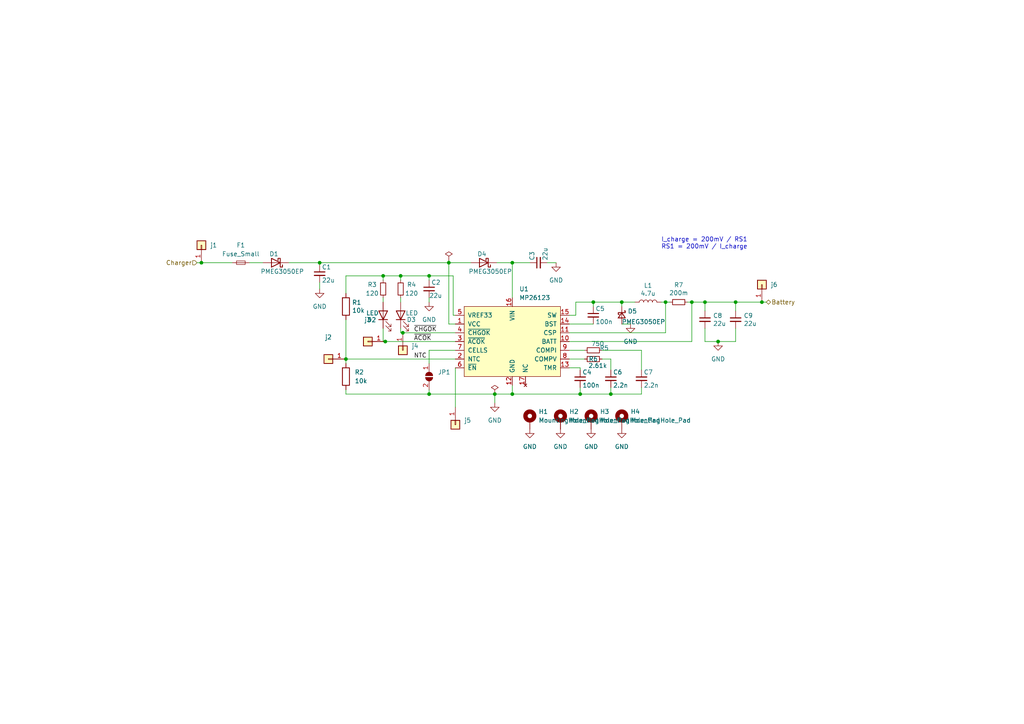
<source format=kicad_sch>
(kicad_sch (version 20211123) (generator eeschema)
  (paper "A4")
  (lib_symbols
    (symbol "Connector_Generic:Conn_01x01" (pin_names (offset 1.016) hide)
      (property "Reference" "J" (at 0 2.54 0))
      (property "Value" "Conn_01x01" (at 0 -2.54 0))
      (symbol "Conn_01x01_1_1"
        (rectangle (start -1.27 0.127) (end 0 -0.127) (stroke (width 0.1524)))
        (rectangle (start -1.27 1.27) (end 1.27 -1.27) (stroke (width 0.254)) (fill (type background)))
        (pin passive line (at -5.08 0 0) (length 3.81) (name "Pin_1") (number "1"))
      )
    )
    (symbol "Device:C_Small" (pin_numbers hide) (pin_names (offset 0.254) hide)
      (property "Reference" "C" (at 0.254 1.778 0))
      (property "Value" "C_Small" (at 0.254 -2.032 0))
      (symbol "C_Small_0_1"
        (polyline (pts (xy -1.524 -0.508) (xy 1.524 -0.508)) (stroke (width 0.3302)))
        (polyline (pts (xy -1.524 0.508) (xy 1.524 0.508)) (stroke (width 0.3048)))
      )
      (symbol "C_Small_1_1"
        (pin passive line (at 0 2.54 270) (length 2.032) (name "~") (number "1"))
        (pin passive line (at 0 -2.54 90) (length 2.032) (name "~") (number "2"))
      )
    )
    (symbol "Device:D_Schottky" (pin_numbers hide) (pin_names (offset 1.016) hide)
      (property "Reference" "D" (at 0 2.54 0))
      (property "Value" "D_Schottky" (at 0 -2.54 0))
      (symbol "D_Schottky_0_1"
        (polyline (pts (xy 1.27 0) (xy -1.27 0)))
        (polyline (pts (xy 1.27 1.27) (xy 1.27 -1.27) (xy -1.27 0) (xy 1.27 1.27)) (stroke (width 0.254)))
        (polyline (pts (xy -1.905 0.635) (xy -1.905 1.27) (xy -1.27 1.27) (xy -1.27 -1.27) (xy -0.635 -1.27) (xy -0.635 -0.635)) (stroke (width 0.254)))
      )
      (symbol "D_Schottky_1_1"
        (pin passive line (at -3.81 0 0) (length 2.54) (name "K") (number "1"))
        (pin passive line (at 3.81 0 180) (length 2.54) (name "A") (number "2"))
      )
    )
    (symbol "Device:D_Schottky_Small" (pin_numbers hide) (pin_names (offset 0.254) hide)
      (property "Reference" "D" (at -1.27 2.032 0))
      (property "Value" "D_Schottky_Small" (at -7.112 -2.032 0))
      (symbol "D_Schottky_Small_0_1"
        (polyline (pts (xy -0.762 0) (xy 0.762 0)))
        (polyline (pts (xy 0.762 -1.016) (xy -0.762 0) (xy 0.762 1.016) (xy 0.762 -1.016)) (stroke (width 0.254)))
        (polyline (pts (xy -1.27 0.762) (xy -1.27 1.016) (xy -0.762 1.016) (xy -0.762 -1.016) (xy -0.254 -1.016) (xy -0.254 -0.762)) (stroke (width 0.254)))
      )
      (symbol "D_Schottky_Small_1_1"
        (pin passive line (at -2.54 0 0) (length 1.778) (name "K") (number "1"))
        (pin passive line (at 2.54 0 180) (length 1.778) (name "A") (number "2"))
      )
    )
    (symbol "Device:Fuse_Small" (pin_numbers hide) (pin_names (offset 0.254) hide)
      (property "Reference" "F" (at 0 -1.524 0))
      (property "Value" "Fuse_Small" (at 0 1.524 0))
      (symbol "Fuse_Small_0_1"
        (rectangle (start -1.27 0.508) (end 1.27 -0.508))
        (polyline (pts (xy -1.27 0) (xy 1.27 0)))
      )
      (symbol "Fuse_Small_1_1"
        (pin passive line (at -2.54 0 0) (length 1.27) (name "~") (number "1"))
        (pin passive line (at 2.54 0 180) (length 1.27) (name "~") (number "2"))
      )
    )
    (symbol "Device:L" (pin_numbers hide) (pin_names (offset 1.016) hide)
      (property "Reference" "L" (at -1.27 0 90))
      (property "Value" "L" (at 1.905 0 90))
      (symbol "L_0_1"
        (arc (start 0 -2.54) (mid 0.635 -1.905) (end 0 -1.27))
        (arc (start 0 -1.27) (mid 0.635 -0.635) (end 0 0))
        (arc (start 0 0) (mid 0.635 0.635) (end 0 1.27))
        (arc (start 0 1.27) (mid 0.635 1.905) (end 0 2.54))
      )
      (symbol "L_1_1"
        (pin passive line (at 0 3.81 270) (length 1.27) (name "1") (number "1"))
        (pin passive line (at 0 -3.81 90) (length 1.27) (name "2") (number "2"))
      )
    )
    (symbol "Device:LED" (pin_numbers hide) (pin_names (offset 1.016) hide)
      (property "Reference" "D" (at 0 2.54 0))
      (property "Value" "LED" (at 0 -2.54 0))
      (symbol "LED_0_1"
        (polyline (pts (xy -1.27 -1.27) (xy -1.27 1.27)) (stroke (width 0.254)))
        (polyline (pts (xy -1.27 0) (xy 1.27 0)))
        (polyline (pts (xy 1.27 -1.27) (xy 1.27 1.27) (xy -1.27 0) (xy 1.27 -1.27)) (stroke (width 0.254)))
        (polyline (pts (xy -3.048 -0.762) (xy -4.572 -2.286) (xy -3.81 -2.286) (xy -4.572 -2.286) (xy -4.572 -1.524)))
        (polyline (pts (xy -1.778 -0.762) (xy -3.302 -2.286) (xy -2.54 -2.286) (xy -3.302 -2.286) (xy -3.302 -1.524)))
      )
      (symbol "LED_1_1"
        (pin passive line (at -3.81 0 0) (length 2.54) (name "K") (number "1"))
        (pin passive line (at 3.81 0 180) (length 2.54) (name "A") (number "2"))
      )
    )
    (symbol "Device:R" (pin_numbers hide) (pin_names (offset 0))
      (property "Reference" "R" (at 2.032 0 90))
      (property "Value" "R" (at 0 0 90))
      (symbol "R_0_1"
        (rectangle (start -1.016 -2.54) (end 1.016 2.54) (stroke (width 0.254)))
      )
      (symbol "R_1_1"
        (pin passive line (at 0 3.81 270) (length 1.27) (name "~") (number "1"))
        (pin passive line (at 0 -3.81 90) (length 1.27) (name "~") (number "2"))
      )
    )
    (symbol "Device:R_Small" (pin_numbers hide) (pin_names (offset 0.254) hide)
      (property "Reference" "R" (at 0.762 0.508 0))
      (property "Value" "R_Small" (at 0.762 -1.016 0))
      (symbol "R_Small_0_1"
        (rectangle (start -0.762 1.778) (end 0.762 -1.778) (stroke (width 0.2032)))
      )
      (symbol "R_Small_1_1"
        (pin passive line (at 0 2.54 270) (length 0.762) (name "~") (number "1"))
        (pin passive line (at 0 -2.54 90) (length 0.762) (name "~") (number "2"))
      )
    )
    (symbol "Jumper:SolderJumper_2_Open" (pin_names (offset 0) hide)
      (property "Reference" "JP" (at 0 2.032 0))
      (property "Value" "SolderJumper_2_Open" (at 0 -2.54 0))
      (symbol "SolderJumper_2_Open_0_1"
        (arc (start -0.254 1.016) (mid -1.27 0) (end -0.254 -1.016))
        (arc (start -0.254 1.016) (mid -1.27 0) (end -0.254 -1.016) (fill (type outline)))
        (polyline (pts (xy -0.254 1.016) (xy -0.254 -1.016)))
        (polyline (pts (xy 0.254 1.016) (xy 0.254 -1.016)))
        (arc (start 0.254 -1.016) (mid 1.27 0) (end 0.254 1.016))
        (arc (start 0.254 -1.016) (mid 1.27 0) (end 0.254 1.016) (fill (type outline)))
      )
      (symbol "SolderJumper_2_Open_1_1"
        (pin passive line (at -3.81 0 0) (length 2.54) (name "A") (number "1"))
        (pin passive line (at 3.81 0 180) (length 2.54) (name "B") (number "2"))
      )
    )
    (symbol "Mechanical:MountingHole_Pad" (pin_numbers hide) (pin_names (offset 1.016) hide)
      (property "Reference" "H" (at 0 6.35 0))
      (property "Value" "MountingHole_Pad" (at 0 4.445 0))
      (symbol "MountingHole_Pad_0_1"
        (circle (center 0 1.27) (radius 1.27) (stroke (width 1.27)))
      )
      (symbol "MountingHole_Pad_1_1"
        (pin input line (at 0 -2.54 90) (length 2.54) (name "1") (number "1"))
      )
    )
    (symbol "TXV_Library_Symbols:MP26123" (pin_names (offset 1.016))
      (property "Reference" "U" (at 0 0 0))
      (property "Value" "MP26123" (at 0 2.54 0))
      (symbol "MP26123_0_1"
        (rectangle (start 13.97 10.16) (end -13.97 -10.16) (fill (type background)))
      )
      (symbol "MP26123_1_1"
        (pin power_in line (at -16.51 5.08 0) (length 2.54) (name "VCC") (number "1"))
        (pin input line (at 16.51 0 180) (length 2.54) (name "BATT") (number "10"))
        (pin input line (at 16.51 2.54 180) (length 2.54) (name "CSP") (number "11"))
        (pin power_in line (at 0 -12.7 90) (length 2.54) (name "GND") (number "12"))
        (pin input line (at 16.51 -7.62 180) (length 2.54) (name "TMR") (number "13"))
        (pin output line (at 16.51 5.08 180) (length 2.54) (name "BST") (number "14"))
        (pin output line (at 16.51 7.62 180) (length 2.54) (name "SW") (number "15"))
        (pin input line (at 0 12.7 270) (length 2.54) (name "VIN") (number "16"))
        (pin no_connect line (at 3.81 -12.7 90) (length 2.54) (name "NC") (number "17"))
        (pin input line (at -16.51 -5.08 0) (length 2.54) (name "NTC") (number "2"))
        (pin open_collector line (at -16.51 0 0) (length 2.54) (name "~{ACOK}") (number "3"))
        (pin open_collector line (at -16.51 2.54 0) (length 2.54) (name "~{CHGOK}") (number "4"))
        (pin output line (at -16.51 7.62 0) (length 2.54) (name "VREF33") (number "5"))
        (pin input line (at -16.51 -7.62 0) (length 2.54) (name "~{EN}") (number "6"))
        (pin input line (at -16.51 -2.54 0) (length 2.54) (name "CELLS") (number "7"))
        (pin input line (at 16.51 -5.08 180) (length 2.54) (name "COMPV") (number "8"))
        (pin input line (at 16.51 -2.54 180) (length 2.54) (name "COMPI") (number "9"))
      )
    )
    (symbol "power:GND" (power) (pin_names (offset 0))
      (property "Value" "GND" (at 0 -3.81 0))
      (symbol "GND_0_1"
        (polyline (pts (xy 0 0) (xy 0 -1.27) (xy 1.27 -1.27) (xy 0 -2.54) (xy -1.27 -1.27) (xy 0 -1.27)))
      )
      (symbol "GND_1_1"
        (pin power_in line (at 0 0 270) (length 0) hide (name "GND") (number "1"))
      )
    )
    (symbol "power:PWR_FLAG" (power) (pin_numbers hide) (pin_names (offset 0) hide)
      (property "Value" "PWR_FLAG" (at 0 3.81 0))
      (symbol "PWR_FLAG_0_0"
        (pin power_out line (at 0 0 90) (length 0) (name "pwr") (number "1"))
      )
      (symbol "PWR_FLAG_0_1"
        (polyline (pts (xy 0 0) (xy 0 1.27) (xy -1.016 1.905) (xy 0 2.54) (xy 1.016 1.905) (xy 0 1.27)))
      )
    )
  )
  (junction (at 111.125 80.01))
  (junction (at 148.59 76.2))
  (junction (at 200.66 87.63))
  (junction (at 116.205 80.01))
  (junction (at 116.84 96.52))
  (junction (at 204.47 87.63))
  (junction (at 58.42 76.2))
  (junction (at 208.28 99.06))
  (junction (at 172.085 87.63))
  (junction (at 92.71 76.2))
  (junction (at 177.165 114.3))
  (junction (at 193.04 87.63))
  (junction (at 148.59 114.3))
  (junction (at 213.36 87.63))
  (junction (at 100.33 104.14))
  (junction (at 143.51 114.3))
  (junction (at 124.46 80.01))
  (junction (at 168.275 114.3))
  (junction (at 124.46 114.3))
  (junction (at 130.175 76.2))
  (junction (at 111.76 99.06))
  (junction (at 180.34 87.63))
  (junction (at 220.98 87.63))
  (wire (pts (xy 143.51 114.3) (xy 148.59 114.3)))
  (wire (pts (xy 148.59 76.2) (xy 144.145 76.2)))
  (wire (pts (xy 213.36 87.63) (xy 220.98 87.63)))
  (wire (pts (xy 132.08 91.44) (xy 131.445 91.44)))
  (wire (pts (xy 165.1 96.52) (xy 193.04 96.52)))
  (wire (pts (xy 132.08 106.68) (xy 132.08 118.11)))
  (wire (pts (xy 194.31 87.63) (xy 193.04 87.63)))
  (wire (pts (xy 100.33 114.3) (xy 124.46 114.3)))
  (wire (pts (xy 208.28 99.06) (xy 213.36 99.06)))
  (wire (pts (xy 180.34 93.98) (xy 182.88 93.98)))
  (wire (pts (xy 177.165 107.315) (xy 177.165 104.14)))
  (wire (pts (xy 186.055 112.395) (xy 186.055 114.3)))
  (wire (pts (xy 165.1 99.06) (xy 200.66 99.06)))
  (wire (pts (xy 204.47 87.63) (xy 200.66 87.63)))
  (wire (pts (xy 92.71 76.2) (xy 130.175 76.2)))
  (wire (pts (xy 116.205 95.25) (xy 116.205 96.52)))
  (wire (pts (xy 169.545 101.6) (xy 165.1 101.6)))
  (wire (pts (xy 180.34 88.9) (xy 180.34 87.63)))
  (wire (pts (xy 100.33 104.14) (xy 100.33 105.41)))
  (wire (pts (xy 58.42 76.2) (xy 67.31 76.2)))
  (wire (pts (xy 220.98 87.63) (xy 222.25 87.63)))
  (wire (pts (xy 124.46 113.03) (xy 124.46 114.3)))
  (wire (pts (xy 124.46 86.36) (xy 124.46 87.63)))
  (wire (pts (xy 100.33 104.14) (xy 100.33 92.71)))
  (wire (pts (xy 158.75 76.2) (xy 161.29 76.2)))
  (wire (pts (xy 111.125 80.01) (xy 111.125 81.28)))
  (wire (pts (xy 130.175 75.565) (xy 130.175 76.2)))
  (wire (pts (xy 111.125 95.25) (xy 111.125 99.06)))
  (wire (pts (xy 172.085 87.63) (xy 172.085 88.9)))
  (wire (pts (xy 116.205 96.52) (xy 116.84 96.52)))
  (wire (pts (xy 193.04 96.52) (xy 193.04 87.63)))
  (wire (pts (xy 165.1 104.14) (xy 169.545 104.14)))
  (wire (pts (xy 177.165 104.14) (xy 174.625 104.14)))
  (wire (pts (xy 204.47 99.06) (xy 208.28 99.06)))
  (wire (pts (xy 177.165 114.3) (xy 177.165 112.395)))
  (wire (pts (xy 167.005 87.63) (xy 167.005 91.44)))
  (wire (pts (xy 124.46 101.6) (xy 124.46 105.41)))
  (wire (pts (xy 130.175 76.2) (xy 130.175 93.98)))
  (wire (pts (xy 172.085 87.63) (xy 167.005 87.63)))
  (wire (pts (xy 111.76 99.06) (xy 132.08 99.06)))
  (wire (pts (xy 100.33 113.03) (xy 100.33 114.3)))
  (wire (pts (xy 100.33 104.14) (xy 132.08 104.14)))
  (wire (pts (xy 124.46 80.01) (xy 131.445 80.01)))
  (wire (pts (xy 116.205 80.01) (xy 124.46 80.01)))
  (wire (pts (xy 92.71 76.2) (xy 92.71 76.835)))
  (wire (pts (xy 168.275 106.68) (xy 168.275 107.315)))
  (wire (pts (xy 111.125 80.01) (xy 116.205 80.01)))
  (wire (pts (xy 124.46 114.3) (xy 143.51 114.3)))
  (wire (pts (xy 72.39 76.2) (xy 76.2 76.2)))
  (wire (pts (xy 165.1 93.98) (xy 172.085 93.98)))
  (wire (pts (xy 177.165 114.3) (xy 168.275 114.3)))
  (wire (pts (xy 116.205 80.01) (xy 116.205 81.28)))
  (wire (pts (xy 180.34 87.63) (xy 184.15 87.63)))
  (wire (pts (xy 132.08 101.6) (xy 124.46 101.6)))
  (wire (pts (xy 213.36 90.17) (xy 213.36 87.63)))
  (wire (pts (xy 180.34 87.63) (xy 172.085 87.63)))
  (wire (pts (xy 168.275 114.3) (xy 168.275 112.395)))
  (wire (pts (xy 116.205 86.36) (xy 116.205 87.63)))
  (wire (pts (xy 204.47 87.63) (xy 213.36 87.63)))
  (wire (pts (xy 116.84 96.52) (xy 132.08 96.52)))
  (wire (pts (xy 193.04 87.63) (xy 191.77 87.63)))
  (wire (pts (xy 148.59 76.2) (xy 148.59 86.36)))
  (wire (pts (xy 111.125 87.63) (xy 111.125 86.36)))
  (wire (pts (xy 204.47 95.25) (xy 204.47 99.06)))
  (wire (pts (xy 100.33 80.01) (xy 100.33 85.09)))
  (wire (pts (xy 148.59 76.2) (xy 153.67 76.2)))
  (wire (pts (xy 131.445 91.44) (xy 131.445 80.01)))
  (wire (pts (xy 124.46 80.01) (xy 124.46 81.28)))
  (wire (pts (xy 92.71 83.82) (xy 92.71 81.915)))
  (wire (pts (xy 186.055 114.3) (xy 177.165 114.3)))
  (wire (pts (xy 136.525 76.2) (xy 130.175 76.2)))
  (wire (pts (xy 57.15 76.2) (xy 58.42 76.2)))
  (wire (pts (xy 165.1 106.68) (xy 168.275 106.68)))
  (wire (pts (xy 143.51 114.3) (xy 143.51 116.84)))
  (wire (pts (xy 204.47 90.17) (xy 204.47 87.63)))
  (wire (pts (xy 200.66 99.06) (xy 200.66 87.63)))
  (wire (pts (xy 148.59 114.3) (xy 168.275 114.3)))
  (wire (pts (xy 148.59 111.76) (xy 148.59 114.3)))
  (wire (pts (xy 186.055 101.6) (xy 186.055 107.315)))
  (wire (pts (xy 200.66 87.63) (xy 199.39 87.63)))
  (wire (pts (xy 83.82 76.2) (xy 92.71 76.2)))
  (wire (pts (xy 111.125 99.06) (xy 111.76 99.06)))
  (wire (pts (xy 167.005 91.44) (xy 165.1 91.44)))
  (wire (pts (xy 174.625 101.6) (xy 186.055 101.6)))
  (wire (pts (xy 100.33 80.01) (xy 111.125 80.01)))
  (wire (pts (xy 132.08 93.98) (xy 130.175 93.98)))
  (wire (pts (xy 213.36 95.25) (xy 213.36 99.06)))
  (text "I_charge = 200mV / RS1  \nRS1 = 200mV / I_charge" (at 191.77 72.39 0) (effects (font (size 1.27 1.27)) (justify left bottom)))
  (label "~{ACOK}" (at 120.015 99.06 0))
  (label "NTC" (at 120.015 104.14 0))
  (label "~{CHGOK}" (at 120.015 96.52 0))
  (hierarchical_label "Charger" (shape input) (at 57.15 76.2 180))
  (hierarchical_label "Battery" (shape bidirectional) (at 222.25 87.63 0))
  (symbol (lib_id "power:GND") (at 208.28 99.06 0) (unit 1)
    (property "Reference" "#PWR010" (effects hide))
    (property "Value" "GND" (at 208.28 104.14 0))
  )
  (symbol (lib_id "Device:D_Schottky") (at 140.335 76.2 180) (unit 1)
    (property "Reference" "D4" (at 138.43 73.66 0) (effects (justify right)))
    (property "Value" "PMEG3050EP" (at 135.89 78.74 0) (effects (justify right)))
    (property "Footprint" "Diode_SMD:D_SOD-128" (effects hide))
  )
  (symbol (lib_id "Device:D_Schottky") (at 80.01 76.2 180) (unit 1)
    (property "Reference" "D1" (at 78.105 73.66 0) (effects (justify right)))
    (property "Value" "PMEG3050EP" (at 75.565 78.74 0) (effects (justify right)))
    (property "Footprint" "Diode_SMD:D_SOD-128" (effects hide))
  )
  (symbol (lib_id "power:GND") (at 171.45 124.46 0) (unit 1)
    (property "Reference" "#PWR07" (effects hide))
    (property "Value" "GND" (at 171.45 129.54 0))
  )
  (symbol (lib_id "Device:C_Small") (at 156.21 76.2 90) (unit 1)
    (property "Reference" "C3" (at 154.305 75.565 0) (effects (justify left)))
    (property "Value" "22u" (at 158.115 75.565 0) (effects (justify left)))
    (property "Footprint" "Capacitor_SMD:C_0603_1608Metric" (effects hide))
  )
  (symbol (lib_id "TXV_Library_Symbols:MP26123") (at 148.59 99.06 0) (unit 1)
    (property "Reference" "U1" (at 150.6094 83.82 0) (effects (justify left)))
    (property "Value" "MP26123" (at 150.6094 86.36 0) (effects (justify left)))
    (property "Footprint" "Package_DFN_QFN:QFN-16-1EP_4x4mm_P0.65mm_EP2.15x2.15mm_ThermalVias" (effects hide))
  )
  (symbol (lib_id "power:PWR_FLAG") (at 143.51 114.3 0) (unit 1)
    (property "Reference" "#FLG02" (effects hide))
    (property "Value" "PWR_FLAG" (effects hide))
  )
  (symbol (lib_id "Device:C_Small") (at 124.46 83.82 0) (unit 1)
    (property "Reference" "C2" (at 125.095 81.915 0) (effects (justify left)))
    (property "Value" "22u" (at 124.46 85.725 0) (effects (justify left)))
    (property "Footprint" "Capacitor_SMD:C_0603_1608Metric" (effects hide))
  )
  (symbol (lib_id "Connector_Generic:Conn_01x01") (at 132.08 123.19 270) (unit 1)
    (property "Reference" "j5" (at 134.62 121.9199 90) (effects (justify left)))
    (property "Value" "Conn_01x01" (effects hide))
    (property "Footprint" "TXV_Library_Footprints:Edge_Connector" (effects hide))
  )
  (symbol (lib_id "power:GND") (at 182.88 93.98 0) (unit 1)
    (property "Reference" "#PWR09" (effects hide))
    (property "Value" "GND" (at 182.88 99.06 0))
  )
  (symbol (lib_id "Device:D_Schottky_Small") (at 180.34 91.44 270) (unit 1)
    (property "Reference" "D5" (at 182.0672 90.2716 90) (effects (justify left)))
    (property "Value" "PMEG3050EP" (at 180.34 93.345 90) (effects (justify left)))
    (property "Footprint" "Diode_SMD:D_SOD-128" (effects hide))
  )
  (symbol (lib_id "Device:C_Small") (at 213.36 92.71 0) (unit 1)
    (property "Reference" "C9" (at 215.6968 91.5416 0) (effects (justify left)))
    (property "Value" "22u" (at 215.6968 93.853 0) (effects (justify left)))
    (property "Footprint" "Capacitor_SMD:C_0805_2012Metric" (effects hide))
  )
  (symbol (lib_id "Device:R_Small") (at 196.85 87.63 270) (unit 1)
    (property "Reference" "R7" (at 196.85 82.6516 90))
    (property "Value" "200m" (at 196.85 84.963 90))
    (property "Footprint" "Resistor_SMD:R_0805_2012Metric" (effects hide))
  )
  (symbol (lib_id "Connector_Generic:Conn_01x01") (at 106.68 99.06 180) (unit 1)
    (property "Reference" "j3" (at 106.68 92.71 0))
    (property "Value" "Conn_01x01" (effects hide))
    (property "Footprint" "TXV_Library_Footprints:Edge_Connector" (effects hide))
  )
  (symbol (lib_id "Device:LED") (at 116.205 91.44 90) (unit 1)
    (property "Reference" "D3" (at 120.65 92.71 90) (effects (justify left)))
    (property "Value" "LED" (at 121.285 90.805 90) (effects (justify left)))
    (property "Footprint" "LED_SMD:LED_0603_1608Metric" (effects hide))
  )
  (symbol (lib_id "Connector_Generic:Conn_01x01") (at 116.84 101.6 270) (unit 1)
    (property "Reference" "j4" (at 119.38 100.3299 90) (effects (justify left)))
    (property "Value" "Conn_01x01" (effects hide))
    (property "Footprint" "TXV_Library_Footprints:Edge_Connector" (effects hide))
  )
  (symbol (lib_id "Connector_Generic:Conn_01x01") (at 95.25 104.14 180) (unit 1)
    (property "Reference" "j2" (at 95.25 97.79 0))
    (property "Value" "Conn_01x01" (effects hide))
    (property "Footprint" "TXV_Library_Footprints:Edge_Connector" (effects hide))
  )
  (symbol (lib_id "Mechanical:MountingHole_Pad") (at 180.34 121.92 0) (unit 1)
    (property "Reference" "H4" (at 182.88 119.3799 0) (effects (justify left)))
    (property "Value" "MountingHole_Pad" (at 182.88 121.9199 0) (effects (justify left)))
    (property "Footprint" "TXV_Library_Footprints:Edge_Connector" (effects hide))
  )
  (symbol (lib_id "Device:C_Small") (at 177.165 109.855 0) (unit 1)
    (property "Reference" "C6" (at 177.8 107.95 0) (effects (justify left)))
    (property "Value" "2.2n" (at 177.8 111.76 0) (effects (justify left)))
    (property "Footprint" "Capacitor_SMD:C_0603_1608Metric" (effects hide))
  )
  (symbol (lib_id "Device:C_Small") (at 204.47 92.71 0) (unit 1)
    (property "Reference" "C8" (at 206.8068 91.5416 0) (effects (justify left)))
    (property "Value" "22u" (at 206.8068 93.853 0) (effects (justify left)))
    (property "Footprint" "Capacitor_SMD:C_0805_2012Metric" (effects hide))
  )
  (symbol (lib_id "Device:LED") (at 111.125 91.44 90) (unit 1)
    (property "Reference" "D2" (at 109.1438 92.7862 90) (effects (justify left)))
    (property "Value" "LED" (at 109.855 90.805 90) (effects (justify left)))
    (property "Footprint" "LED_SMD:LED_0603_1608Metric" (effects hide))
  )
  (symbol (lib_id "Device:R") (at 100.33 109.22 0) (unit 1)
    (property "Reference" "R2" (at 102.87 107.9499 0) (effects (justify left)))
    (property "Value" "10k" (at 102.87 110.4899 0) (effects (justify left)))
    (property "Footprint" "Resistor_SMD:R_0603_1608Metric" (effects hide))
  )
  (symbol (lib_id "power:GND") (at 153.67 124.46 0) (unit 1)
    (property "Reference" "#PWR04" (effects hide))
    (property "Value" "GND" (at 153.67 129.54 0))
  )
  (symbol (lib_id "power:GND") (at 143.51 116.84 0) (unit 1)
    (property "Reference" "#PWR03" (effects hide))
    (property "Value" "GND" (at 143.51 121.92 0))
  )
  (symbol (lib_id "power:GND") (at 92.71 83.82 0) (unit 1)
    (property "Reference" "#PWR01" (effects hide))
    (property "Value" "GND" (at 92.71 88.9 0))
  )
  (symbol (lib_id "Device:L") (at 187.96 87.63 90) (unit 1)
    (property "Reference" "L1" (at 187.96 82.804 90))
    (property "Value" "4.7u" (at 187.96 85.1154 90))
    (property "Footprint" "TXV_Library_Footprints:SRN4018TA-4R7M" (effects hide))
  )
  (symbol (lib_id "Mechanical:MountingHole_Pad") (at 153.67 121.92 0) (unit 1)
    (property "Reference" "H1" (at 156.21 119.3799 0) (effects (justify left)))
    (property "Value" "MountingHole_Pad" (at 156.21 121.9199 0) (effects (justify left)))
    (property "Footprint" "TXV_Library_Footprints:Edge_Connector" (effects hide))
  )
  (symbol (lib_id "Jumper:SolderJumper_2_Open") (at 124.46 109.22 270) (unit 1)
    (property "Reference" "JP1" (at 127 107.9499 90) (effects (justify left)))
    (property "Value" "SolderJumper_2_Open" (effects hide))
    (property "Footprint" "Jumper:SolderJumper-2_P1.3mm_Open_RoundedPad1.0x1.5mm" (effects hide))
  )
  (symbol (lib_id "power:PWR_FLAG") (at 130.175 75.565 0) (unit 1)
    (property "Reference" "#FLG01" (effects hide))
    (property "Value" "PWR_FLAG" (effects hide))
  )
  (symbol (lib_id "Mechanical:MountingHole_Pad") (at 162.56 121.92 0) (unit 1)
    (property "Reference" "H2" (at 165.1 119.3799 0) (effects (justify left)))
    (property "Value" "MountingHole_Pad" (at 165.1 121.9199 0) (effects (justify left)))
    (property "Footprint" "TXV_Library_Footprints:Edge_Connector" (effects hide))
  )
  (symbol (lib_id "power:GND") (at 161.29 76.2 0) (unit 1)
    (property "Reference" "#PWR05" (effects hide))
    (property "Value" "GND" (at 161.29 81.28 0))
  )
  (symbol (lib_id "Device:C_Small") (at 168.275 109.855 0) (unit 1)
    (property "Reference" "C4" (at 168.91 107.95 0) (effects (justify left)))
    (property "Value" "100n" (at 168.91 111.76 0) (effects (justify left)))
    (property "Footprint" "Capacitor_SMD:C_0603_1608Metric" (effects hide))
  )
  (symbol (lib_id "power:GND") (at 180.34 124.46 0) (unit 1)
    (property "Reference" "#PWR08" (effects hide))
    (property "Value" "GND" (at 180.34 129.54 0))
  )
  (symbol (lib_id "power:GND") (at 124.46 87.63 0) (unit 1)
    (property "Reference" "#PWR02" (effects hide))
    (property "Value" "GND" (at 124.46 92.71 0))
  )
  (symbol (lib_id "Device:C_Small") (at 172.085 91.44 0) (unit 1)
    (property "Reference" "C5" (at 172.72 89.535 0) (effects (justify left)))
    (property "Value" "100n" (at 172.72 93.345 0) (effects (justify left)))
    (property "Footprint" "Capacitor_SMD:C_0402_1005Metric" (effects hide))
  )
  (symbol (lib_id "Device:R_Small") (at 172.085 101.6 270) (unit 1)
    (property "Reference" "R5" (at 175.26 100.965 90))
    (property "Value" "750" (at 173.355 99.695 90))
    (property "Footprint" "Resistor_SMD:R_0603_1608Metric" (effects hide))
  )
  (symbol (lib_id "Connector_Generic:Conn_01x01") (at 220.98 82.55 90) (unit 1)
    (property "Reference" "j6" (at 223.52 82.5499 90) (effects (justify right)))
    (property "Value" "Conn_01x01" (effects hide))
    (property "Footprint" "TXV_Library_Footprints:Edge_Connector" (effects hide))
  )
  (symbol (lib_id "Device:R_Small") (at 172.085 104.14 270) (unit 1)
    (property "Reference" "R6" (at 172.085 104.14 90))
    (property "Value" "2.61k" (at 173.355 106.045 90))
    (property "Footprint" "Resistor_SMD:R_0603_1608Metric" (effects hide))
  )
  (symbol (lib_id "Device:R") (at 100.33 88.9 0) (unit 1)
    (property "Reference" "R1" (at 102.108 87.7316 0) (effects (justify left)))
    (property "Value" "10k" (at 102.108 90.043 0) (effects (justify left)))
    (property "Footprint" "Resistor_SMD:R_0603_1608Metric" (effects hide))
  )
  (symbol (lib_id "Device:Fuse_Small") (at 69.85 76.2 0) (unit 1)
    (property "Reference" "F1" (at 69.85 71.12 0))
    (property "Value" "Fuse_Small" (at 69.85 73.66 0))
    (property "Footprint" "Resistor_SMD:R_1210_3225Metric" (effects hide))
  )
  (symbol (lib_id "Mechanical:MountingHole_Pad") (at 171.45 121.92 0) (unit 1)
    (property "Reference" "H3" (at 173.99 119.3799 0) (effects (justify left)))
    (property "Value" "MountingHole_Pad" (at 173.99 121.9199 0) (effects (justify left)))
    (property "Footprint" "TXV_Library_Footprints:Edge_Connector" (effects hide))
  )
  (symbol (lib_id "Device:R_Small") (at 116.205 83.82 0) (unit 1)
    (property "Reference" "R4" (at 119.38 82.55 0))
    (property "Value" "120" (at 119.38 85.09 0))
    (property "Footprint" "Resistor_SMD:R_0603_1608Metric" (effects hide))
  )
  (symbol (lib_id "Device:C_Small") (at 186.055 109.855 0) (unit 1)
    (property "Reference" "C7" (at 186.69 107.95 0) (effects (justify left)))
    (property "Value" "2.2n" (at 186.69 111.76 0) (effects (justify left)))
    (property "Footprint" "Capacitor_SMD:C_0603_1608Metric" (effects hide))
  )
  (symbol (lib_id "power:GND") (at 162.56 124.46 0) (unit 1)
    (property "Reference" "#PWR06" (effects hide))
    (property "Value" "GND" (at 162.56 129.54 0))
  )
  (symbol (lib_id "Device:C_Small") (at 92.71 79.375 0) (unit 1)
    (property "Reference" "C1" (at 93.345 77.47 0) (effects (justify left)))
    (property "Value" "22u" (at 93.345 81.28 0) (effects (justify left)))
    (property "Footprint" "Capacitor_SMD:C_0805_2012Metric" (effects hide))
  )
  (symbol (lib_id "Connector_Generic:Conn_01x01") (at 58.42 71.12 90) (unit 1)
    (property "Reference" "j1" (at 60.96 71.1199 90) (effects (justify right)))
    (property "Value" "Conn_01x01" (effects hide))
    (property "Footprint" "TXV_Library_Footprints:Edge_Connector" (effects hide))
  )
  (symbol (lib_id "Device:R_Small") (at 111.125 83.82 0) (unit 1)
    (property "Reference" "R3" (at 107.95 82.55 0))
    (property "Value" "120" (at 107.95 85.09 0))
    (property "Footprint" "Resistor_SMD:R_0603_1608Metric" (effects hide))
  )
)
</source>
